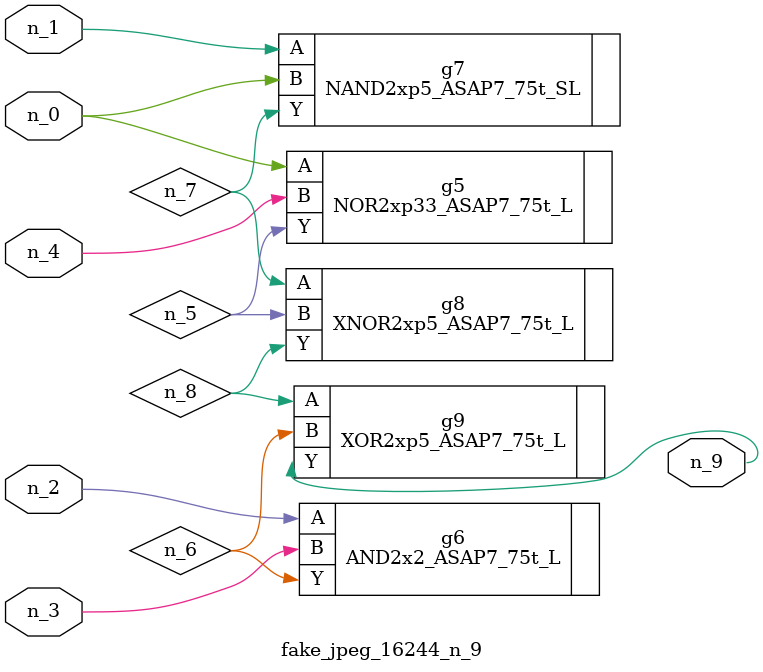
<source format=v>
module fake_jpeg_16244_n_9 (n_3, n_2, n_1, n_0, n_4, n_9);

input n_3;
input n_2;
input n_1;
input n_0;
input n_4;

output n_9;

wire n_8;
wire n_6;
wire n_5;
wire n_7;

NOR2xp33_ASAP7_75t_L g5 ( 
.A(n_0),
.B(n_4),
.Y(n_5)
);

AND2x2_ASAP7_75t_L g6 ( 
.A(n_2),
.B(n_3),
.Y(n_6)
);

NAND2xp5_ASAP7_75t_SL g7 ( 
.A(n_1),
.B(n_0),
.Y(n_7)
);

XNOR2xp5_ASAP7_75t_L g8 ( 
.A(n_7),
.B(n_5),
.Y(n_8)
);

XOR2xp5_ASAP7_75t_L g9 ( 
.A(n_8),
.B(n_6),
.Y(n_9)
);


endmodule
</source>
